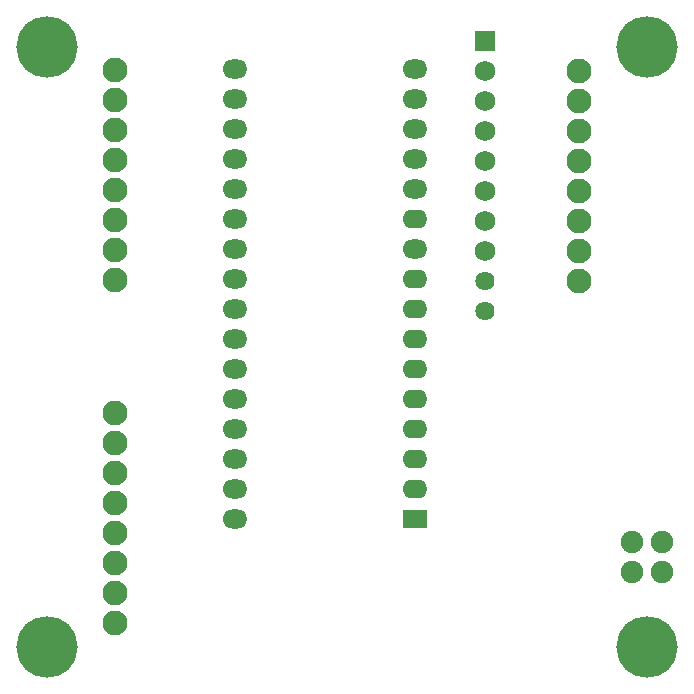
<source format=gbs>
G04 Layer: BottomSolderMaskLayer*
G04 Panelize: , Column: 2, Row: 2, Board Size: 58.42mm x 58.42mm, Panelized Board Size: 118.84mm x 118.84mm*
G04 EasyEDA v6.5.34, 2023-09-06 22:38:36*
G04 b9bc4809806445119315d77ae2694b74,5a6b42c53f6a479593ecc07194224c93,10*
G04 Gerber Generator version 0.2*
G04 Scale: 100 percent, Rotated: No, Reflected: No *
G04 Dimensions in millimeters *
G04 leading zeros omitted , absolute positions ,4 integer and 5 decimal *
%FSLAX45Y45*%
%MOMM*%

%AMMACRO1*1,1,$1,$2,$3*1,1,$1,$4,$5*1,1,$1,0-$2,0-$3*1,1,$1,0-$4,0-$5*20,1,$1,$2,$3,$4,$5,0*20,1,$1,$4,$5,0-$2,0-$3,0*20,1,$1,0-$2,0-$3,0-$4,0-$5,0*20,1,$1,0-$4,0-$5,$2,$3,0*4,1,4,$2,$3,$4,$5,0-$2,0-$3,0-$4,0-$5,$2,$3,0*%
%ADD10O,2.1015960000000002X1.6256000000000002*%
%ADD11O,2.1015960000000002X1.6015970000000002*%
%ADD12MACRO1,0.1016X1X-0.75X-1X-0.75*%
%ADD13MACRO1,0.2032X0.762X0.762X0.762X-0.762*%
%ADD14C,1.7272*%
%ADD15C,1.6256*%
%ADD16C,5.2032*%
%ADD17C,2.1016*%
%ADD18C,1.9016*%

%LPD*%
D10*
G01*
X1968500Y2222500D03*
G01*
X1968500Y1968500D03*
G01*
X1968500Y1714500D03*
G01*
X1968500Y1460500D03*
G01*
X1968500Y5016500D03*
G01*
X1968500Y4762500D03*
G01*
X1968500Y4508500D03*
G01*
X1968500Y4254500D03*
G01*
X1968500Y4000500D03*
G01*
X1968500Y3746500D03*
G01*
X1968500Y3492500D03*
G01*
X1968500Y2476500D03*
G01*
X1968500Y2730500D03*
G01*
X1968500Y2984500D03*
G01*
X1968500Y3238500D03*
G01*
X1968500Y5270500D03*
G01*
X3492500Y4508500D03*
D11*
G01*
X3492500Y3492500D03*
G01*
X3492500Y3238500D03*
G01*
X3492500Y2984500D03*
G01*
X3492500Y2730500D03*
G01*
X3492500Y2476500D03*
G01*
X3492500Y2222500D03*
G01*
X3492500Y1968500D03*
G01*
X3492500Y1714500D03*
D12*
G01*
X3492500Y1460500D03*
D10*
G01*
X3492500Y3746500D03*
G01*
X3492500Y4254500D03*
D11*
G01*
X3492500Y4000500D03*
D10*
G01*
X3492500Y4762500D03*
G01*
X3492500Y5270500D03*
G01*
X3492500Y5016500D03*
D13*
G01*
X4089400Y5511800D03*
D14*
G01*
X4089400Y5257800D03*
G01*
X4089400Y5003800D03*
G01*
X4089400Y4749800D03*
G01*
X4089400Y4495800D03*
G01*
X4089400Y4241800D03*
G01*
X4089400Y3987800D03*
G01*
X4089400Y3733800D03*
D15*
G01*
X4089400Y3479800D03*
G01*
X4089400Y3225800D03*
D16*
G01*
X5461000Y381000D03*
G01*
X381000Y381000D03*
G01*
X381000Y5461000D03*
G01*
X5461000Y5461000D03*
D17*
G01*
X4885893Y5255895D03*
G01*
X4885893Y5001895D03*
G01*
X4885893Y4747895D03*
G01*
X4885893Y4493895D03*
G01*
X4885893Y4239895D03*
G01*
X4885893Y3985895D03*
G01*
X4885893Y3731895D03*
G01*
X4885893Y3477895D03*
G01*
X956081Y3489197D03*
G01*
X956081Y3743197D03*
G01*
X956081Y3997197D03*
G01*
X956081Y4251197D03*
G01*
X956081Y4505197D03*
G01*
X956081Y4759197D03*
G01*
X956081Y5013197D03*
G01*
X956081Y5267197D03*
G01*
X956106Y2358897D03*
G01*
X956106Y2104897D03*
G01*
X956106Y1850897D03*
G01*
X956106Y1596897D03*
G01*
X956106Y1342897D03*
G01*
X956106Y1088897D03*
G01*
X956106Y834897D03*
G01*
X956106Y580897D03*
D18*
G01*
X5588000Y1016000D03*
G01*
X5334000Y1016000D03*
G01*
X5334000Y1270000D03*
G01*
X5588000Y1270000D03*
M02*

</source>
